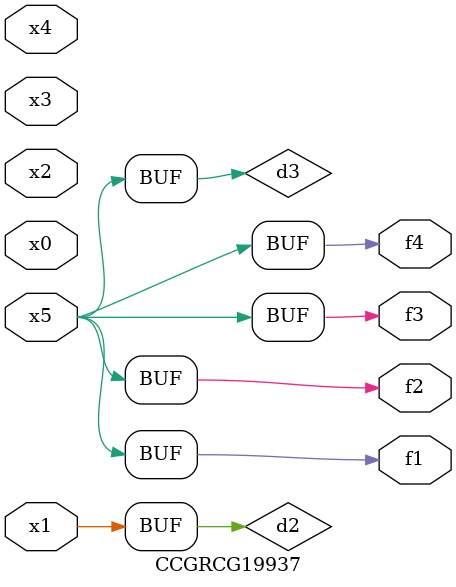
<source format=v>
module CCGRCG19937(
	input x0, x1, x2, x3, x4, x5,
	output f1, f2, f3, f4
);

	wire d1, d2, d3;

	not (d1, x5);
	or (d2, x1);
	xnor (d3, d1);
	assign f1 = d3;
	assign f2 = d3;
	assign f3 = d3;
	assign f4 = d3;
endmodule

</source>
